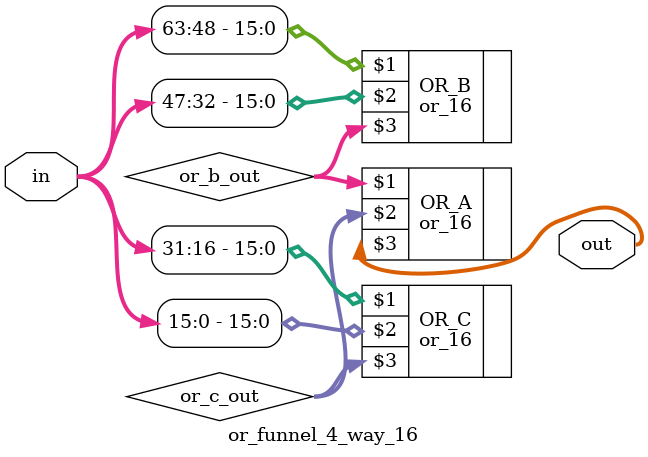
<source format=v>
module or_funnel_4_way_16 (input [63:0] in,
                           output [15:0] out);
    wire [15:0] or_b_out, or_c_out;
    // top layer
    or_16 OR_A (or_b_out, or_c_out, out);
    // bottom layer
    or_16 OR_B (in[63:48], in[47:32], or_b_out);
    or_16 OR_C (in[31:16], in[15:0], or_c_out);
endmodule

</source>
